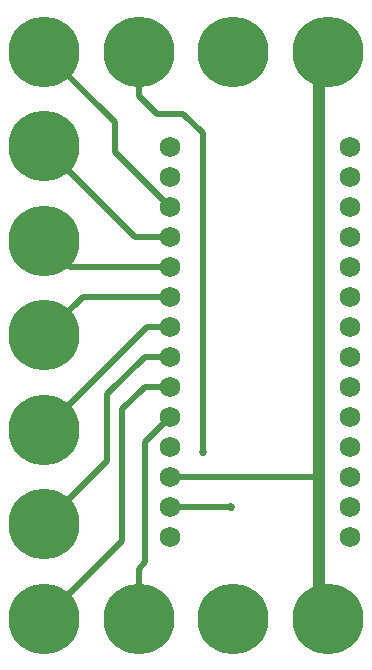
<source format=gtl>
%TF.GenerationSoftware,KiCad,Pcbnew,4.0.5-e0-6337~49~ubuntu16.04.1*%
%TF.CreationDate,2017-01-31T09:51:37-08:00*%
%TF.ProjectId,4x7-Teensy-Breakout,3478372D5465656E73792D427265616B,1.0*%
%TF.FileFunction,Copper,L1,Top,Signal*%
%FSLAX46Y46*%
G04 Gerber Fmt 4.6, Leading zero omitted, Abs format (unit mm)*
G04 Created by KiCad (PCBNEW 4.0.5-e0-6337~49~ubuntu16.04.1) date Tue Jan 31 09:51:37 2017*
%MOMM*%
%LPD*%
G01*
G04 APERTURE LIST*
%ADD10C,0.350000*%
%ADD11C,1.000000*%
%ADD12C,1.727200*%
%ADD13C,6.000000*%
%ADD14C,0.685800*%
%ADD15C,0.508000*%
%ADD16C,0.330200*%
%ADD17C,0.350000*%
G04 APERTURE END LIST*
D10*
D11*
X160156000Y-73093200D02*
X160156000Y-120843200D01*
D12*
X162766000Y-113654200D03*
X162766000Y-111114200D03*
X162766000Y-108574200D03*
X162766000Y-106034200D03*
X162766000Y-103494200D03*
X162766000Y-100954200D03*
X162766000Y-98414200D03*
X162766000Y-95874200D03*
X162766000Y-93334200D03*
X162766000Y-90794200D03*
X162766000Y-88254200D03*
X162766000Y-85714200D03*
X162766000Y-83174200D03*
X162766000Y-80634200D03*
X147526000Y-80634200D03*
X147526000Y-88254200D03*
X147526000Y-108574200D03*
X147526000Y-93334200D03*
X147526000Y-90794200D03*
X147526000Y-111114200D03*
X147526000Y-103494200D03*
X147526000Y-113654200D03*
X147526000Y-100954200D03*
X147526000Y-98414200D03*
X147526000Y-95874200D03*
X147526000Y-106034200D03*
X147526000Y-83174200D03*
X147526000Y-85714200D03*
D13*
X136906000Y-80593200D03*
X136907000Y-88593200D03*
X136907000Y-104593200D03*
X136907000Y-72593200D03*
X136907000Y-112593200D03*
X136907000Y-96593200D03*
X144906000Y-72593200D03*
X152906000Y-72593200D03*
X160906000Y-72593200D03*
X136907000Y-120593200D03*
X144906000Y-120593200D03*
X152906000Y-120593200D03*
X160906000Y-120593200D03*
D14*
X152695800Y-111114200D03*
X150340000Y-106510000D03*
D15*
X147526000Y-111114200D02*
X152695800Y-111114200D01*
X150340000Y-79490000D02*
X150340000Y-106510000D01*
X148680000Y-77830000D02*
X150340000Y-79490000D01*
X146420000Y-77830000D02*
X148680000Y-77830000D01*
X144906000Y-76316000D02*
X146420000Y-77830000D01*
X144906000Y-72593200D02*
X144906000Y-76316000D01*
X147526000Y-108574200D02*
X160009200Y-108574200D01*
X145415000Y-115841560D02*
X145415000Y-105605200D01*
X145415000Y-105605200D02*
X147526000Y-103494200D01*
X144906000Y-120593200D02*
X144906000Y-116350560D01*
X144906000Y-116350560D02*
X145415000Y-115841560D01*
X143510000Y-102870000D02*
X143510000Y-113990200D01*
X143510000Y-113990200D02*
X136907000Y-120593200D01*
X145425800Y-100954200D02*
X143510000Y-102870000D01*
X147526000Y-100954200D02*
X145425800Y-100954200D01*
X142240000Y-101600000D02*
X142240000Y-107260200D01*
X142240000Y-107260200D02*
X136907000Y-112593200D01*
X145425800Y-98414200D02*
X142240000Y-101600000D01*
X147526000Y-98414200D02*
X145425800Y-98414200D01*
X147526000Y-95874200D02*
X145626000Y-95874200D01*
X145626000Y-95874200D02*
X136907000Y-104593200D01*
X147526000Y-93334200D02*
X140166000Y-93334200D01*
X140166000Y-93334200D02*
X136907000Y-96593200D01*
X147526000Y-90794200D02*
X139108000Y-90794200D01*
X139108000Y-90794200D02*
X136907000Y-88593200D01*
X136906000Y-80593200D02*
X144567000Y-88254200D01*
X144567000Y-88254200D02*
X147526000Y-88254200D01*
X142875000Y-78561200D02*
X142875000Y-81063200D01*
X142875000Y-81063200D02*
X147526000Y-85714200D01*
X136907000Y-72593200D02*
X142875000Y-78561200D01*
D16*
X152695800Y-111114200D03*
X150340000Y-106510000D03*
D17*
X162766000Y-113654200D03*
X162766000Y-111114200D03*
X162766000Y-108574200D03*
X162766000Y-106034200D03*
X162766000Y-103494200D03*
X162766000Y-100954200D03*
X162766000Y-98414200D03*
X162766000Y-95874200D03*
X162766000Y-93334200D03*
X162766000Y-90794200D03*
X162766000Y-88254200D03*
X162766000Y-85714200D03*
X162766000Y-83174200D03*
X162766000Y-80634200D03*
X147526000Y-80634200D03*
X147526000Y-88254200D03*
X147526000Y-108574200D03*
X147526000Y-93334200D03*
X147526000Y-90794200D03*
X147526000Y-111114200D03*
X147526000Y-103494200D03*
X147526000Y-113654200D03*
X147526000Y-100954200D03*
X147526000Y-98414200D03*
X147526000Y-95874200D03*
X147526000Y-106034200D03*
X147526000Y-83174200D03*
X147526000Y-85714200D03*
X136906000Y-80593200D03*
X136907000Y-88593200D03*
X136907000Y-104593200D03*
X136907000Y-72593200D03*
X136907000Y-112593200D03*
X136907000Y-96593200D03*
X144906000Y-72593200D03*
X152906000Y-72593200D03*
X160906000Y-72593200D03*
X136907000Y-120593200D03*
X144906000Y-120593200D03*
X152906000Y-120593200D03*
X160906000Y-120593200D03*
M02*

</source>
